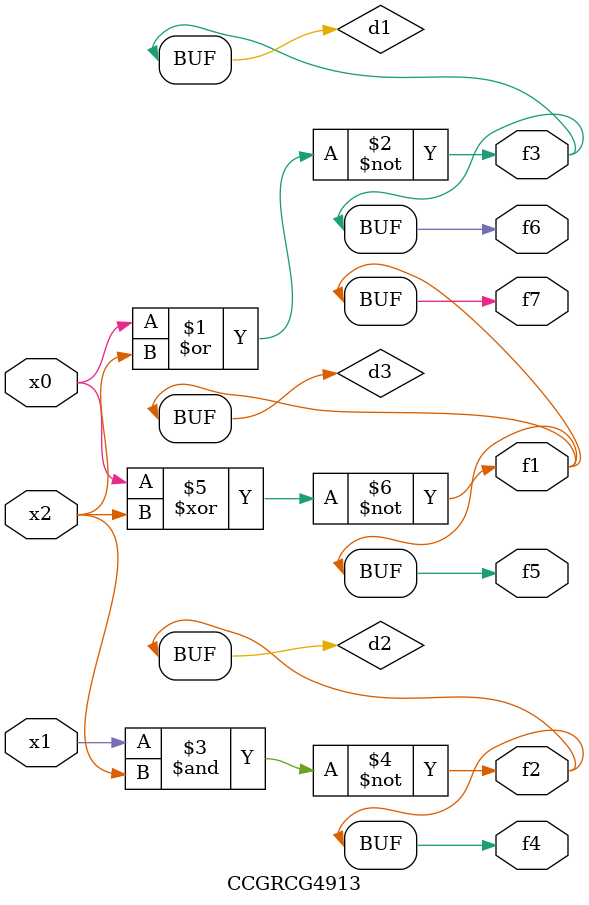
<source format=v>
module CCGRCG4913(
	input x0, x1, x2,
	output f1, f2, f3, f4, f5, f6, f7
);

	wire d1, d2, d3;

	nor (d1, x0, x2);
	nand (d2, x1, x2);
	xnor (d3, x0, x2);
	assign f1 = d3;
	assign f2 = d2;
	assign f3 = d1;
	assign f4 = d2;
	assign f5 = d3;
	assign f6 = d1;
	assign f7 = d3;
endmodule

</source>
